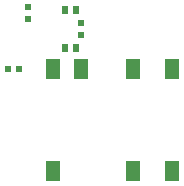
<source format=gbp>
G04*
G04 #@! TF.GenerationSoftware,Altium Limited,Altium Designer,19.1.5 (86)*
G04*
G04 Layer_Color=128*
%FSAX25Y25*%
%MOIN*%
G70*
G01*
G75*
%ADD28R,0.02362X0.01968*%
%ADD29R,0.02362X0.02520*%
%ADD30R,0.02441X0.02244*%
%ADD31R,0.02244X0.02441*%
%ADD32R,0.05118X0.07087*%
D28*
X0124417Y0180118D02*
D03*
Y0184055D02*
D03*
D29*
X0140441Y0170630D02*
D03*
X0136661D02*
D03*
X0140441Y0183110D02*
D03*
X0136661D02*
D03*
D30*
X0141937Y0178740D02*
D03*
Y0175039D02*
D03*
D31*
X0117528Y0163425D02*
D03*
X0121228D02*
D03*
D32*
X0132488Y0163425D02*
D03*
X0141937D02*
D03*
X0159260D02*
D03*
X0172252D02*
D03*
X0132488Y0129567D02*
D03*
X0172252D02*
D03*
X0159260D02*
D03*
M02*

</source>
